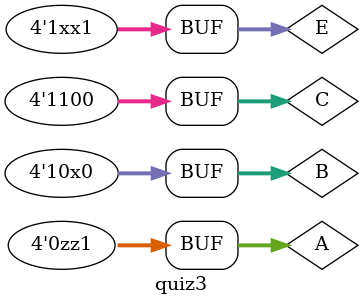
<source format=v>
`timescale 1ns/1ns

module quiz3;

wire [3:0] A, B, C, E;

assign A = 4'b0zz1;
assign B = 4'b10x0;
assign C = 4'b1100;

assign E = A|B;

endmodule
</source>
